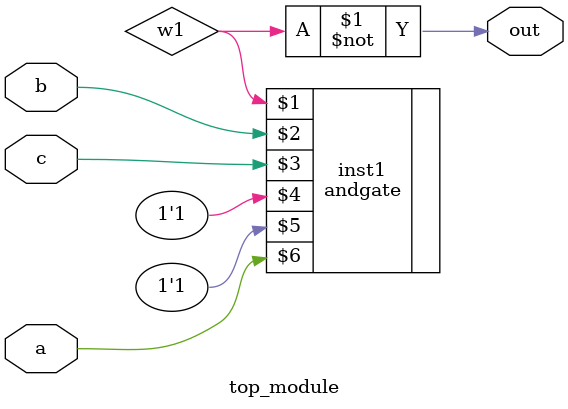
<source format=v>
module top_module (input a, input b, input c, output out);//
    wire w1;
    andgate inst1 ( w1, b, c, 1'b1, 1'b1, a );
	assign out = ~w1;
endmodule

</source>
